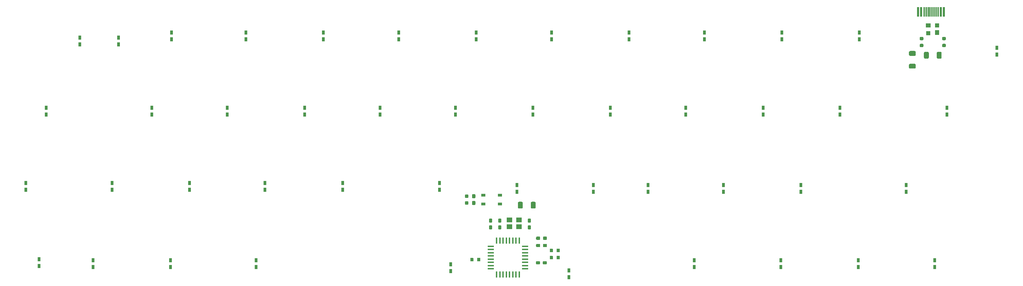
<source format=gtp>
G04 #@! TF.GenerationSoftware,KiCad,Pcbnew,(5.1.5)-3*
G04 #@! TF.CreationDate,2020-04-02T19:23:22+02:00*
G04 #@! TF.ProjectId,minivan-clone,6d696e69-7661-46e2-9d63-6c6f6e652e6b,rev?*
G04 #@! TF.SameCoordinates,Original*
G04 #@! TF.FileFunction,Paste,Top*
G04 #@! TF.FilePolarity,Positive*
%FSLAX46Y46*%
G04 Gerber Fmt 4.6, Leading zero omitted, Abs format (unit mm)*
G04 Created by KiCad (PCBNEW (5.1.5)-3) date 2020-04-02 19:23:22*
%MOMM*%
%LPD*%
G04 APERTURE LIST*
%ADD10R,0.800000X1.000000*%
%ADD11C,0.100000*%
%ADD12R,1.000000X1.000000*%
%ADD13R,1.200000X1.000000*%
%ADD14R,1.000000X1.200000*%
%ADD15R,1.100000X0.700000*%
%ADD16R,1.400000X1.200000*%
%ADD17R,0.300000X2.450000*%
%ADD18R,0.600000X2.450000*%
%ADD19R,0.450000X1.500000*%
%ADD20R,1.500000X0.450000*%
G04 APERTURE END LIST*
D10*
X136906000Y-143344000D03*
X136906000Y-141644000D03*
X146558000Y-143344000D03*
X146558000Y-141644000D03*
X159766000Y-142074000D03*
X159766000Y-140374000D03*
X178308000Y-142074000D03*
X178308000Y-140374000D03*
X197612000Y-142074000D03*
X197612000Y-140374000D03*
X216408000Y-142074000D03*
X216408000Y-140374000D03*
X235712000Y-142074000D03*
X235712000Y-140374000D03*
X254508000Y-142074000D03*
X254508000Y-140374000D03*
X273812000Y-142074000D03*
X273812000Y-140374000D03*
X292608000Y-142074000D03*
X292608000Y-140374000D03*
X311912000Y-142074000D03*
X311912000Y-140374000D03*
X331216000Y-142074000D03*
X331216000Y-140374000D03*
X365506000Y-145884000D03*
X365506000Y-144184000D03*
X128524000Y-160870000D03*
X128524000Y-159170000D03*
X154813000Y-160870000D03*
X154813000Y-159170000D03*
X173609000Y-160870000D03*
X173609000Y-159170000D03*
X192913000Y-160870000D03*
X192913000Y-159170000D03*
X211709000Y-160870000D03*
X211709000Y-159170000D03*
X230505000Y-160870000D03*
X230505000Y-159170000D03*
X249809000Y-160870000D03*
X249809000Y-159170000D03*
X269113000Y-160870000D03*
X269113000Y-159170000D03*
X287909000Y-160870000D03*
X287909000Y-159170000D03*
X307213000Y-160870000D03*
X307213000Y-159170000D03*
X326390000Y-160870000D03*
X326390000Y-159170000D03*
X353060000Y-160870000D03*
X353060000Y-159170000D03*
X123444000Y-179666000D03*
X123444000Y-177966000D03*
X144907000Y-179666000D03*
X144907000Y-177966000D03*
X164211000Y-179666000D03*
X164211000Y-177966000D03*
X183007000Y-179666000D03*
X183007000Y-177966000D03*
X202438000Y-179666000D03*
X202438000Y-177966000D03*
X226568000Y-179666000D03*
X226568000Y-177966000D03*
X245872000Y-180174000D03*
X245872000Y-178474000D03*
X264922000Y-180174000D03*
X264922000Y-178474000D03*
X278511000Y-180174000D03*
X278511000Y-178474000D03*
X297307000Y-180174000D03*
X297307000Y-178474000D03*
X316611000Y-180174000D03*
X316611000Y-178474000D03*
X342900000Y-180174000D03*
X342900000Y-178474000D03*
X126746000Y-198716000D03*
X126746000Y-197016000D03*
X140208000Y-198970000D03*
X140208000Y-197270000D03*
X159512000Y-198970000D03*
X159512000Y-197270000D03*
X180848000Y-198970000D03*
X180848000Y-197270000D03*
X229362000Y-199986000D03*
X229362000Y-198286000D03*
X258826000Y-201510000D03*
X258826000Y-199810000D03*
X290068000Y-198970000D03*
X290068000Y-197270000D03*
X311658000Y-198970000D03*
X311658000Y-197270000D03*
X330962000Y-198970000D03*
X330962000Y-197270000D03*
X350012000Y-198970000D03*
X350012000Y-197270000D03*
D11*
G36*
X253103603Y-197490963D02*
G01*
X253123018Y-197493843D01*
X253142057Y-197498612D01*
X253160537Y-197505224D01*
X253178279Y-197513616D01*
X253195114Y-197523706D01*
X253210879Y-197535398D01*
X253225421Y-197548579D01*
X253238602Y-197563121D01*
X253250294Y-197578886D01*
X253260384Y-197595721D01*
X253268776Y-197613463D01*
X253275388Y-197631943D01*
X253280157Y-197650982D01*
X253283037Y-197670397D01*
X253284000Y-197690000D01*
X253284000Y-198090000D01*
X253283037Y-198109603D01*
X253280157Y-198129018D01*
X253275388Y-198148057D01*
X253268776Y-198166537D01*
X253260384Y-198184279D01*
X253250294Y-198201114D01*
X253238602Y-198216879D01*
X253225421Y-198231421D01*
X253210879Y-198244602D01*
X253195114Y-198256294D01*
X253178279Y-198266384D01*
X253160537Y-198274776D01*
X253142057Y-198281388D01*
X253123018Y-198286157D01*
X253103603Y-198289037D01*
X253084000Y-198290000D01*
X252484000Y-198290000D01*
X252464397Y-198289037D01*
X252444982Y-198286157D01*
X252425943Y-198281388D01*
X252407463Y-198274776D01*
X252389721Y-198266384D01*
X252372886Y-198256294D01*
X252357121Y-198244602D01*
X252342579Y-198231421D01*
X252329398Y-198216879D01*
X252317706Y-198201114D01*
X252307616Y-198184279D01*
X252299224Y-198166537D01*
X252292612Y-198148057D01*
X252287843Y-198129018D01*
X252284963Y-198109603D01*
X252284000Y-198090000D01*
X252284000Y-197690000D01*
X252284963Y-197670397D01*
X252287843Y-197650982D01*
X252292612Y-197631943D01*
X252299224Y-197613463D01*
X252307616Y-197595721D01*
X252317706Y-197578886D01*
X252329398Y-197563121D01*
X252342579Y-197548579D01*
X252357121Y-197535398D01*
X252372886Y-197523706D01*
X252389721Y-197513616D01*
X252407463Y-197505224D01*
X252425943Y-197498612D01*
X252444982Y-197493843D01*
X252464397Y-197490963D01*
X252484000Y-197490000D01*
X253084000Y-197490000D01*
X253103603Y-197490963D01*
G37*
G36*
X251403603Y-197490963D02*
G01*
X251423018Y-197493843D01*
X251442057Y-197498612D01*
X251460537Y-197505224D01*
X251478279Y-197513616D01*
X251495114Y-197523706D01*
X251510879Y-197535398D01*
X251525421Y-197548579D01*
X251538602Y-197563121D01*
X251550294Y-197578886D01*
X251560384Y-197595721D01*
X251568776Y-197613463D01*
X251575388Y-197631943D01*
X251580157Y-197650982D01*
X251583037Y-197670397D01*
X251584000Y-197690000D01*
X251584000Y-198090000D01*
X251583037Y-198109603D01*
X251580157Y-198129018D01*
X251575388Y-198148057D01*
X251568776Y-198166537D01*
X251560384Y-198184279D01*
X251550294Y-198201114D01*
X251538602Y-198216879D01*
X251525421Y-198231421D01*
X251510879Y-198244602D01*
X251495114Y-198256294D01*
X251478279Y-198266384D01*
X251460537Y-198274776D01*
X251442057Y-198281388D01*
X251423018Y-198286157D01*
X251403603Y-198289037D01*
X251384000Y-198290000D01*
X250784000Y-198290000D01*
X250764397Y-198289037D01*
X250744982Y-198286157D01*
X250725943Y-198281388D01*
X250707463Y-198274776D01*
X250689721Y-198266384D01*
X250672886Y-198256294D01*
X250657121Y-198244602D01*
X250642579Y-198231421D01*
X250629398Y-198216879D01*
X250617706Y-198201114D01*
X250607616Y-198184279D01*
X250599224Y-198166537D01*
X250592612Y-198148057D01*
X250587843Y-198129018D01*
X250584963Y-198109603D01*
X250584000Y-198090000D01*
X250584000Y-197690000D01*
X250584963Y-197670397D01*
X250587843Y-197650982D01*
X250592612Y-197631943D01*
X250599224Y-197613463D01*
X250607616Y-197595721D01*
X250617706Y-197578886D01*
X250629398Y-197563121D01*
X250642579Y-197548579D01*
X250657121Y-197535398D01*
X250672886Y-197523706D01*
X250689721Y-197513616D01*
X250707463Y-197505224D01*
X250725943Y-197498612D01*
X250744982Y-197493843D01*
X250764397Y-197490963D01*
X250784000Y-197490000D01*
X251384000Y-197490000D01*
X251403603Y-197490963D01*
G37*
D12*
X348404000Y-140523000D03*
D13*
X348404000Y-138623000D03*
D12*
X350604000Y-138623000D03*
D14*
X350604000Y-140343000D03*
D15*
X237422000Y-183218000D03*
X241622000Y-183218000D03*
X241622000Y-181018000D03*
X237422000Y-181018000D03*
D16*
X243946132Y-187188497D03*
X246346132Y-187188497D03*
X243946132Y-188888497D03*
X246346132Y-188888497D03*
D11*
G36*
X251437603Y-191370963D02*
G01*
X251457018Y-191373843D01*
X251476057Y-191378612D01*
X251494537Y-191385224D01*
X251512279Y-191393616D01*
X251529114Y-191403706D01*
X251544879Y-191415398D01*
X251559421Y-191428579D01*
X251572602Y-191443121D01*
X251584294Y-191458886D01*
X251594384Y-191475721D01*
X251602776Y-191493463D01*
X251609388Y-191511943D01*
X251614157Y-191530982D01*
X251617037Y-191550397D01*
X251618000Y-191570000D01*
X251618000Y-191970000D01*
X251617037Y-191989603D01*
X251614157Y-192009018D01*
X251609388Y-192028057D01*
X251602776Y-192046537D01*
X251594384Y-192064279D01*
X251584294Y-192081114D01*
X251572602Y-192096879D01*
X251559421Y-192111421D01*
X251544879Y-192124602D01*
X251529114Y-192136294D01*
X251512279Y-192146384D01*
X251494537Y-192154776D01*
X251476057Y-192161388D01*
X251457018Y-192166157D01*
X251437603Y-192169037D01*
X251418000Y-192170000D01*
X250818000Y-192170000D01*
X250798397Y-192169037D01*
X250778982Y-192166157D01*
X250759943Y-192161388D01*
X250741463Y-192154776D01*
X250723721Y-192146384D01*
X250706886Y-192136294D01*
X250691121Y-192124602D01*
X250676579Y-192111421D01*
X250663398Y-192096879D01*
X250651706Y-192081114D01*
X250641616Y-192064279D01*
X250633224Y-192046537D01*
X250626612Y-192028057D01*
X250621843Y-192009018D01*
X250618963Y-191989603D01*
X250618000Y-191970000D01*
X250618000Y-191570000D01*
X250618963Y-191550397D01*
X250621843Y-191530982D01*
X250626612Y-191511943D01*
X250633224Y-191493463D01*
X250641616Y-191475721D01*
X250651706Y-191458886D01*
X250663398Y-191443121D01*
X250676579Y-191428579D01*
X250691121Y-191415398D01*
X250706886Y-191403706D01*
X250723721Y-191393616D01*
X250741463Y-191385224D01*
X250759943Y-191378612D01*
X250778982Y-191373843D01*
X250798397Y-191370963D01*
X250818000Y-191370000D01*
X251418000Y-191370000D01*
X251437603Y-191370963D01*
G37*
G36*
X253137603Y-191370963D02*
G01*
X253157018Y-191373843D01*
X253176057Y-191378612D01*
X253194537Y-191385224D01*
X253212279Y-191393616D01*
X253229114Y-191403706D01*
X253244879Y-191415398D01*
X253259421Y-191428579D01*
X253272602Y-191443121D01*
X253284294Y-191458886D01*
X253294384Y-191475721D01*
X253302776Y-191493463D01*
X253309388Y-191511943D01*
X253314157Y-191530982D01*
X253317037Y-191550397D01*
X253318000Y-191570000D01*
X253318000Y-191970000D01*
X253317037Y-191989603D01*
X253314157Y-192009018D01*
X253309388Y-192028057D01*
X253302776Y-192046537D01*
X253294384Y-192064279D01*
X253284294Y-192081114D01*
X253272602Y-192096879D01*
X253259421Y-192111421D01*
X253244879Y-192124602D01*
X253229114Y-192136294D01*
X253212279Y-192146384D01*
X253194537Y-192154776D01*
X253176057Y-192161388D01*
X253157018Y-192166157D01*
X253137603Y-192169037D01*
X253118000Y-192170000D01*
X252518000Y-192170000D01*
X252498397Y-192169037D01*
X252478982Y-192166157D01*
X252459943Y-192161388D01*
X252441463Y-192154776D01*
X252423721Y-192146384D01*
X252406886Y-192136294D01*
X252391121Y-192124602D01*
X252376579Y-192111421D01*
X252363398Y-192096879D01*
X252351706Y-192081114D01*
X252341616Y-192064279D01*
X252333224Y-192046537D01*
X252326612Y-192028057D01*
X252321843Y-192009018D01*
X252318963Y-191989603D01*
X252318000Y-191970000D01*
X252318000Y-191570000D01*
X252318963Y-191550397D01*
X252321843Y-191530982D01*
X252326612Y-191511943D01*
X252333224Y-191493463D01*
X252341616Y-191475721D01*
X252351706Y-191458886D01*
X252363398Y-191443121D01*
X252376579Y-191428579D01*
X252391121Y-191415398D01*
X252406886Y-191403706D01*
X252423721Y-191393616D01*
X252441463Y-191385224D01*
X252459943Y-191378612D01*
X252478982Y-191373843D01*
X252498397Y-191370963D01*
X252518000Y-191370000D01*
X253118000Y-191370000D01*
X253137603Y-191370963D01*
G37*
G36*
X253137603Y-193180963D02*
G01*
X253157018Y-193183843D01*
X253176057Y-193188612D01*
X253194537Y-193195224D01*
X253212279Y-193203616D01*
X253229114Y-193213706D01*
X253244879Y-193225398D01*
X253259421Y-193238579D01*
X253272602Y-193253121D01*
X253284294Y-193268886D01*
X253294384Y-193285721D01*
X253302776Y-193303463D01*
X253309388Y-193321943D01*
X253314157Y-193340982D01*
X253317037Y-193360397D01*
X253318000Y-193380000D01*
X253318000Y-193780000D01*
X253317037Y-193799603D01*
X253314157Y-193819018D01*
X253309388Y-193838057D01*
X253302776Y-193856537D01*
X253294384Y-193874279D01*
X253284294Y-193891114D01*
X253272602Y-193906879D01*
X253259421Y-193921421D01*
X253244879Y-193934602D01*
X253229114Y-193946294D01*
X253212279Y-193956384D01*
X253194537Y-193964776D01*
X253176057Y-193971388D01*
X253157018Y-193976157D01*
X253137603Y-193979037D01*
X253118000Y-193980000D01*
X252518000Y-193980000D01*
X252498397Y-193979037D01*
X252478982Y-193976157D01*
X252459943Y-193971388D01*
X252441463Y-193964776D01*
X252423721Y-193956384D01*
X252406886Y-193946294D01*
X252391121Y-193934602D01*
X252376579Y-193921421D01*
X252363398Y-193906879D01*
X252351706Y-193891114D01*
X252341616Y-193874279D01*
X252333224Y-193856537D01*
X252326612Y-193838057D01*
X252321843Y-193819018D01*
X252318963Y-193799603D01*
X252318000Y-193780000D01*
X252318000Y-193380000D01*
X252318963Y-193360397D01*
X252321843Y-193340982D01*
X252326612Y-193321943D01*
X252333224Y-193303463D01*
X252341616Y-193285721D01*
X252351706Y-193268886D01*
X252363398Y-193253121D01*
X252376579Y-193238579D01*
X252391121Y-193225398D01*
X252406886Y-193213706D01*
X252423721Y-193203616D01*
X252441463Y-193195224D01*
X252459943Y-193188612D01*
X252478982Y-193183843D01*
X252498397Y-193180963D01*
X252518000Y-193180000D01*
X253118000Y-193180000D01*
X253137603Y-193180963D01*
G37*
G36*
X251437603Y-193180963D02*
G01*
X251457018Y-193183843D01*
X251476057Y-193188612D01*
X251494537Y-193195224D01*
X251512279Y-193203616D01*
X251529114Y-193213706D01*
X251544879Y-193225398D01*
X251559421Y-193238579D01*
X251572602Y-193253121D01*
X251584294Y-193268886D01*
X251594384Y-193285721D01*
X251602776Y-193303463D01*
X251609388Y-193321943D01*
X251614157Y-193340982D01*
X251617037Y-193360397D01*
X251618000Y-193380000D01*
X251618000Y-193780000D01*
X251617037Y-193799603D01*
X251614157Y-193819018D01*
X251609388Y-193838057D01*
X251602776Y-193856537D01*
X251594384Y-193874279D01*
X251584294Y-193891114D01*
X251572602Y-193906879D01*
X251559421Y-193921421D01*
X251544879Y-193934602D01*
X251529114Y-193946294D01*
X251512279Y-193956384D01*
X251494537Y-193964776D01*
X251476057Y-193971388D01*
X251457018Y-193976157D01*
X251437603Y-193979037D01*
X251418000Y-193980000D01*
X250818000Y-193980000D01*
X250798397Y-193979037D01*
X250778982Y-193976157D01*
X250759943Y-193971388D01*
X250741463Y-193964776D01*
X250723721Y-193956384D01*
X250706886Y-193946294D01*
X250691121Y-193934602D01*
X250676579Y-193921421D01*
X250663398Y-193906879D01*
X250651706Y-193891114D01*
X250641616Y-193874279D01*
X250633224Y-193856537D01*
X250626612Y-193838057D01*
X250621843Y-193819018D01*
X250618963Y-193799603D01*
X250618000Y-193780000D01*
X250618000Y-193380000D01*
X250618963Y-193360397D01*
X250621843Y-193340982D01*
X250626612Y-193321943D01*
X250633224Y-193303463D01*
X250641616Y-193285721D01*
X250651706Y-193268886D01*
X250663398Y-193253121D01*
X250676579Y-193238579D01*
X250691121Y-193225398D01*
X250706886Y-193213706D01*
X250723721Y-193203616D01*
X250741463Y-193195224D01*
X250759943Y-193188612D01*
X250778982Y-193183843D01*
X250798397Y-193180963D01*
X250818000Y-193180000D01*
X251418000Y-193180000D01*
X251437603Y-193180963D01*
G37*
G36*
X239487603Y-186864963D02*
G01*
X239507018Y-186867843D01*
X239526057Y-186872612D01*
X239544537Y-186879224D01*
X239562279Y-186887616D01*
X239579114Y-186897706D01*
X239594879Y-186909398D01*
X239609421Y-186922579D01*
X239622602Y-186937121D01*
X239634294Y-186952886D01*
X239644384Y-186969721D01*
X239652776Y-186987463D01*
X239659388Y-187005943D01*
X239664157Y-187024982D01*
X239667037Y-187044397D01*
X239668000Y-187064000D01*
X239668000Y-187664000D01*
X239667037Y-187683603D01*
X239664157Y-187703018D01*
X239659388Y-187722057D01*
X239652776Y-187740537D01*
X239644384Y-187758279D01*
X239634294Y-187775114D01*
X239622602Y-187790879D01*
X239609421Y-187805421D01*
X239594879Y-187818602D01*
X239579114Y-187830294D01*
X239562279Y-187840384D01*
X239544537Y-187848776D01*
X239526057Y-187855388D01*
X239507018Y-187860157D01*
X239487603Y-187863037D01*
X239468000Y-187864000D01*
X239068000Y-187864000D01*
X239048397Y-187863037D01*
X239028982Y-187860157D01*
X239009943Y-187855388D01*
X238991463Y-187848776D01*
X238973721Y-187840384D01*
X238956886Y-187830294D01*
X238941121Y-187818602D01*
X238926579Y-187805421D01*
X238913398Y-187790879D01*
X238901706Y-187775114D01*
X238891616Y-187758279D01*
X238883224Y-187740537D01*
X238876612Y-187722057D01*
X238871843Y-187703018D01*
X238868963Y-187683603D01*
X238868000Y-187664000D01*
X238868000Y-187064000D01*
X238868963Y-187044397D01*
X238871843Y-187024982D01*
X238876612Y-187005943D01*
X238883224Y-186987463D01*
X238891616Y-186969721D01*
X238901706Y-186952886D01*
X238913398Y-186937121D01*
X238926579Y-186922579D01*
X238941121Y-186909398D01*
X238956886Y-186897706D01*
X238973721Y-186887616D01*
X238991463Y-186879224D01*
X239009943Y-186872612D01*
X239028982Y-186867843D01*
X239048397Y-186864963D01*
X239068000Y-186864000D01*
X239468000Y-186864000D01*
X239487603Y-186864963D01*
G37*
G36*
X239487603Y-188564963D02*
G01*
X239507018Y-188567843D01*
X239526057Y-188572612D01*
X239544537Y-188579224D01*
X239562279Y-188587616D01*
X239579114Y-188597706D01*
X239594879Y-188609398D01*
X239609421Y-188622579D01*
X239622602Y-188637121D01*
X239634294Y-188652886D01*
X239644384Y-188669721D01*
X239652776Y-188687463D01*
X239659388Y-188705943D01*
X239664157Y-188724982D01*
X239667037Y-188744397D01*
X239668000Y-188764000D01*
X239668000Y-189364000D01*
X239667037Y-189383603D01*
X239664157Y-189403018D01*
X239659388Y-189422057D01*
X239652776Y-189440537D01*
X239644384Y-189458279D01*
X239634294Y-189475114D01*
X239622602Y-189490879D01*
X239609421Y-189505421D01*
X239594879Y-189518602D01*
X239579114Y-189530294D01*
X239562279Y-189540384D01*
X239544537Y-189548776D01*
X239526057Y-189555388D01*
X239507018Y-189560157D01*
X239487603Y-189563037D01*
X239468000Y-189564000D01*
X239068000Y-189564000D01*
X239048397Y-189563037D01*
X239028982Y-189560157D01*
X239009943Y-189555388D01*
X238991463Y-189548776D01*
X238973721Y-189540384D01*
X238956886Y-189530294D01*
X238941121Y-189518602D01*
X238926579Y-189505421D01*
X238913398Y-189490879D01*
X238901706Y-189475114D01*
X238891616Y-189458279D01*
X238883224Y-189440537D01*
X238876612Y-189422057D01*
X238871843Y-189403018D01*
X238868963Y-189383603D01*
X238868000Y-189364000D01*
X238868000Y-188764000D01*
X238868963Y-188744397D01*
X238871843Y-188724982D01*
X238876612Y-188705943D01*
X238883224Y-188687463D01*
X238891616Y-188669721D01*
X238901706Y-188652886D01*
X238913398Y-188637121D01*
X238926579Y-188622579D01*
X238941121Y-188609398D01*
X238956886Y-188597706D01*
X238973721Y-188587616D01*
X238991463Y-188579224D01*
X239009943Y-188572612D01*
X239028982Y-188567843D01*
X239048397Y-188564963D01*
X239068000Y-188564000D01*
X239468000Y-188564000D01*
X239487603Y-188564963D01*
G37*
G36*
X247014405Y-182666445D02*
G01*
X247043527Y-182670764D01*
X247072085Y-182677918D01*
X247099805Y-182687836D01*
X247126419Y-182700424D01*
X247151671Y-182715559D01*
X247175318Y-182733097D01*
X247197132Y-182752868D01*
X247216903Y-182774682D01*
X247234441Y-182798329D01*
X247249576Y-182823581D01*
X247262164Y-182850195D01*
X247272082Y-182877915D01*
X247279236Y-182906473D01*
X247283555Y-182935595D01*
X247285000Y-182965000D01*
X247285000Y-184065000D01*
X247283555Y-184094405D01*
X247279236Y-184123527D01*
X247272082Y-184152085D01*
X247262164Y-184179805D01*
X247249576Y-184206419D01*
X247234441Y-184231671D01*
X247216903Y-184255318D01*
X247197132Y-184277132D01*
X247175318Y-184296903D01*
X247151671Y-184314441D01*
X247126419Y-184329576D01*
X247099805Y-184342164D01*
X247072085Y-184352082D01*
X247043527Y-184359236D01*
X247014405Y-184363555D01*
X246985000Y-184365000D01*
X246385000Y-184365000D01*
X246355595Y-184363555D01*
X246326473Y-184359236D01*
X246297915Y-184352082D01*
X246270195Y-184342164D01*
X246243581Y-184329576D01*
X246218329Y-184314441D01*
X246194682Y-184296903D01*
X246172868Y-184277132D01*
X246153097Y-184255318D01*
X246135559Y-184231671D01*
X246120424Y-184206419D01*
X246107836Y-184179805D01*
X246097918Y-184152085D01*
X246090764Y-184123527D01*
X246086445Y-184094405D01*
X246085000Y-184065000D01*
X246085000Y-182965000D01*
X246086445Y-182935595D01*
X246090764Y-182906473D01*
X246097918Y-182877915D01*
X246107836Y-182850195D01*
X246120424Y-182823581D01*
X246135559Y-182798329D01*
X246153097Y-182774682D01*
X246172868Y-182752868D01*
X246194682Y-182733097D01*
X246218329Y-182715559D01*
X246243581Y-182700424D01*
X246270195Y-182687836D01*
X246297915Y-182677918D01*
X246326473Y-182670764D01*
X246355595Y-182666445D01*
X246385000Y-182665000D01*
X246985000Y-182665000D01*
X247014405Y-182666445D01*
G37*
G36*
X250214405Y-182666445D02*
G01*
X250243527Y-182670764D01*
X250272085Y-182677918D01*
X250299805Y-182687836D01*
X250326419Y-182700424D01*
X250351671Y-182715559D01*
X250375318Y-182733097D01*
X250397132Y-182752868D01*
X250416903Y-182774682D01*
X250434441Y-182798329D01*
X250449576Y-182823581D01*
X250462164Y-182850195D01*
X250472082Y-182877915D01*
X250479236Y-182906473D01*
X250483555Y-182935595D01*
X250485000Y-182965000D01*
X250485000Y-184065000D01*
X250483555Y-184094405D01*
X250479236Y-184123527D01*
X250472082Y-184152085D01*
X250462164Y-184179805D01*
X250449576Y-184206419D01*
X250434441Y-184231671D01*
X250416903Y-184255318D01*
X250397132Y-184277132D01*
X250375318Y-184296903D01*
X250351671Y-184314441D01*
X250326419Y-184329576D01*
X250299805Y-184342164D01*
X250272085Y-184352082D01*
X250243527Y-184359236D01*
X250214405Y-184363555D01*
X250185000Y-184365000D01*
X249585000Y-184365000D01*
X249555595Y-184363555D01*
X249526473Y-184359236D01*
X249497915Y-184352082D01*
X249470195Y-184342164D01*
X249443581Y-184329576D01*
X249418329Y-184314441D01*
X249394682Y-184296903D01*
X249372868Y-184277132D01*
X249353097Y-184255318D01*
X249335559Y-184231671D01*
X249320424Y-184206419D01*
X249307836Y-184179805D01*
X249297918Y-184152085D01*
X249290764Y-184123527D01*
X249286445Y-184094405D01*
X249285000Y-184065000D01*
X249285000Y-182965000D01*
X249286445Y-182935595D01*
X249290764Y-182906473D01*
X249297918Y-182877915D01*
X249307836Y-182850195D01*
X249320424Y-182823581D01*
X249335559Y-182798329D01*
X249353097Y-182774682D01*
X249372868Y-182752868D01*
X249394682Y-182733097D01*
X249418329Y-182715559D01*
X249443581Y-182700424D01*
X249470195Y-182687836D01*
X249497915Y-182677918D01*
X249526473Y-182670764D01*
X249555595Y-182666445D01*
X249585000Y-182665000D01*
X250185000Y-182665000D01*
X250214405Y-182666445D01*
G37*
G36*
X345003405Y-148194445D02*
G01*
X345032527Y-148198764D01*
X345061085Y-148205918D01*
X345088805Y-148215836D01*
X345115419Y-148228424D01*
X345140671Y-148243559D01*
X345164318Y-148261097D01*
X345186132Y-148280868D01*
X345205903Y-148302682D01*
X345223441Y-148326329D01*
X345238576Y-148351581D01*
X345251164Y-148378195D01*
X345261082Y-148405915D01*
X345268236Y-148434473D01*
X345272555Y-148463595D01*
X345274000Y-148493000D01*
X345274000Y-149093000D01*
X345272555Y-149122405D01*
X345268236Y-149151527D01*
X345261082Y-149180085D01*
X345251164Y-149207805D01*
X345238576Y-149234419D01*
X345223441Y-149259671D01*
X345205903Y-149283318D01*
X345186132Y-149305132D01*
X345164318Y-149324903D01*
X345140671Y-149342441D01*
X345115419Y-149357576D01*
X345088805Y-149370164D01*
X345061085Y-149380082D01*
X345032527Y-149387236D01*
X345003405Y-149391555D01*
X344974000Y-149393000D01*
X343874000Y-149393000D01*
X343844595Y-149391555D01*
X343815473Y-149387236D01*
X343786915Y-149380082D01*
X343759195Y-149370164D01*
X343732581Y-149357576D01*
X343707329Y-149342441D01*
X343683682Y-149324903D01*
X343661868Y-149305132D01*
X343642097Y-149283318D01*
X343624559Y-149259671D01*
X343609424Y-149234419D01*
X343596836Y-149207805D01*
X343586918Y-149180085D01*
X343579764Y-149151527D01*
X343575445Y-149122405D01*
X343574000Y-149093000D01*
X343574000Y-148493000D01*
X343575445Y-148463595D01*
X343579764Y-148434473D01*
X343586918Y-148405915D01*
X343596836Y-148378195D01*
X343609424Y-148351581D01*
X343624559Y-148326329D01*
X343642097Y-148302682D01*
X343661868Y-148280868D01*
X343683682Y-148261097D01*
X343707329Y-148243559D01*
X343732581Y-148228424D01*
X343759195Y-148215836D01*
X343786915Y-148205918D01*
X343815473Y-148198764D01*
X343844595Y-148194445D01*
X343874000Y-148193000D01*
X344974000Y-148193000D01*
X345003405Y-148194445D01*
G37*
G36*
X345003405Y-144994445D02*
G01*
X345032527Y-144998764D01*
X345061085Y-145005918D01*
X345088805Y-145015836D01*
X345115419Y-145028424D01*
X345140671Y-145043559D01*
X345164318Y-145061097D01*
X345186132Y-145080868D01*
X345205903Y-145102682D01*
X345223441Y-145126329D01*
X345238576Y-145151581D01*
X345251164Y-145178195D01*
X345261082Y-145205915D01*
X345268236Y-145234473D01*
X345272555Y-145263595D01*
X345274000Y-145293000D01*
X345274000Y-145893000D01*
X345272555Y-145922405D01*
X345268236Y-145951527D01*
X345261082Y-145980085D01*
X345251164Y-146007805D01*
X345238576Y-146034419D01*
X345223441Y-146059671D01*
X345205903Y-146083318D01*
X345186132Y-146105132D01*
X345164318Y-146124903D01*
X345140671Y-146142441D01*
X345115419Y-146157576D01*
X345088805Y-146170164D01*
X345061085Y-146180082D01*
X345032527Y-146187236D01*
X345003405Y-146191555D01*
X344974000Y-146193000D01*
X343874000Y-146193000D01*
X343844595Y-146191555D01*
X343815473Y-146187236D01*
X343786915Y-146180082D01*
X343759195Y-146170164D01*
X343732581Y-146157576D01*
X343707329Y-146142441D01*
X343683682Y-146124903D01*
X343661868Y-146105132D01*
X343642097Y-146083318D01*
X343624559Y-146059671D01*
X343609424Y-146034419D01*
X343596836Y-146007805D01*
X343586918Y-145980085D01*
X343579764Y-145951527D01*
X343575445Y-145922405D01*
X343574000Y-145893000D01*
X343574000Y-145293000D01*
X343575445Y-145263595D01*
X343579764Y-145234473D01*
X343586918Y-145205915D01*
X343596836Y-145178195D01*
X343609424Y-145151581D01*
X343624559Y-145126329D01*
X343642097Y-145102682D01*
X343661868Y-145080868D01*
X343683682Y-145061097D01*
X343707329Y-145043559D01*
X343732581Y-145028424D01*
X343759195Y-145015836D01*
X343786915Y-145005918D01*
X343815473Y-144998764D01*
X343844595Y-144994445D01*
X343874000Y-144993000D01*
X344974000Y-144993000D01*
X345003405Y-144994445D01*
G37*
G36*
X249139603Y-186864963D02*
G01*
X249159018Y-186867843D01*
X249178057Y-186872612D01*
X249196537Y-186879224D01*
X249214279Y-186887616D01*
X249231114Y-186897706D01*
X249246879Y-186909398D01*
X249261421Y-186922579D01*
X249274602Y-186937121D01*
X249286294Y-186952886D01*
X249296384Y-186969721D01*
X249304776Y-186987463D01*
X249311388Y-187005943D01*
X249316157Y-187024982D01*
X249319037Y-187044397D01*
X249320000Y-187064000D01*
X249320000Y-187664000D01*
X249319037Y-187683603D01*
X249316157Y-187703018D01*
X249311388Y-187722057D01*
X249304776Y-187740537D01*
X249296384Y-187758279D01*
X249286294Y-187775114D01*
X249274602Y-187790879D01*
X249261421Y-187805421D01*
X249246879Y-187818602D01*
X249231114Y-187830294D01*
X249214279Y-187840384D01*
X249196537Y-187848776D01*
X249178057Y-187855388D01*
X249159018Y-187860157D01*
X249139603Y-187863037D01*
X249120000Y-187864000D01*
X248720000Y-187864000D01*
X248700397Y-187863037D01*
X248680982Y-187860157D01*
X248661943Y-187855388D01*
X248643463Y-187848776D01*
X248625721Y-187840384D01*
X248608886Y-187830294D01*
X248593121Y-187818602D01*
X248578579Y-187805421D01*
X248565398Y-187790879D01*
X248553706Y-187775114D01*
X248543616Y-187758279D01*
X248535224Y-187740537D01*
X248528612Y-187722057D01*
X248523843Y-187703018D01*
X248520963Y-187683603D01*
X248520000Y-187664000D01*
X248520000Y-187064000D01*
X248520963Y-187044397D01*
X248523843Y-187024982D01*
X248528612Y-187005943D01*
X248535224Y-186987463D01*
X248543616Y-186969721D01*
X248553706Y-186952886D01*
X248565398Y-186937121D01*
X248578579Y-186922579D01*
X248593121Y-186909398D01*
X248608886Y-186897706D01*
X248625721Y-186887616D01*
X248643463Y-186879224D01*
X248661943Y-186872612D01*
X248680982Y-186867843D01*
X248700397Y-186864963D01*
X248720000Y-186864000D01*
X249120000Y-186864000D01*
X249139603Y-186864963D01*
G37*
G36*
X249139603Y-188564963D02*
G01*
X249159018Y-188567843D01*
X249178057Y-188572612D01*
X249196537Y-188579224D01*
X249214279Y-188587616D01*
X249231114Y-188597706D01*
X249246879Y-188609398D01*
X249261421Y-188622579D01*
X249274602Y-188637121D01*
X249286294Y-188652886D01*
X249296384Y-188669721D01*
X249304776Y-188687463D01*
X249311388Y-188705943D01*
X249316157Y-188724982D01*
X249319037Y-188744397D01*
X249320000Y-188764000D01*
X249320000Y-189364000D01*
X249319037Y-189383603D01*
X249316157Y-189403018D01*
X249311388Y-189422057D01*
X249304776Y-189440537D01*
X249296384Y-189458279D01*
X249286294Y-189475114D01*
X249274602Y-189490879D01*
X249261421Y-189505421D01*
X249246879Y-189518602D01*
X249231114Y-189530294D01*
X249214279Y-189540384D01*
X249196537Y-189548776D01*
X249178057Y-189555388D01*
X249159018Y-189560157D01*
X249139603Y-189563037D01*
X249120000Y-189564000D01*
X248720000Y-189564000D01*
X248700397Y-189563037D01*
X248680982Y-189560157D01*
X248661943Y-189555388D01*
X248643463Y-189548776D01*
X248625721Y-189540384D01*
X248608886Y-189530294D01*
X248593121Y-189518602D01*
X248578579Y-189505421D01*
X248565398Y-189490879D01*
X248553706Y-189475114D01*
X248543616Y-189458279D01*
X248535224Y-189440537D01*
X248528612Y-189422057D01*
X248523843Y-189403018D01*
X248520963Y-189383603D01*
X248520000Y-189364000D01*
X248520000Y-188764000D01*
X248520963Y-188744397D01*
X248523843Y-188724982D01*
X248528612Y-188705943D01*
X248535224Y-188687463D01*
X248543616Y-188669721D01*
X248553706Y-188652886D01*
X248565398Y-188637121D01*
X248578579Y-188622579D01*
X248593121Y-188609398D01*
X248608886Y-188597706D01*
X248625721Y-188587616D01*
X248643463Y-188579224D01*
X248661943Y-188572612D01*
X248680982Y-188567843D01*
X248700397Y-188564963D01*
X248720000Y-188564000D01*
X249120000Y-188564000D01*
X249139603Y-188564963D01*
G37*
G36*
X241773603Y-188564963D02*
G01*
X241793018Y-188567843D01*
X241812057Y-188572612D01*
X241830537Y-188579224D01*
X241848279Y-188587616D01*
X241865114Y-188597706D01*
X241880879Y-188609398D01*
X241895421Y-188622579D01*
X241908602Y-188637121D01*
X241920294Y-188652886D01*
X241930384Y-188669721D01*
X241938776Y-188687463D01*
X241945388Y-188705943D01*
X241950157Y-188724982D01*
X241953037Y-188744397D01*
X241954000Y-188764000D01*
X241954000Y-189364000D01*
X241953037Y-189383603D01*
X241950157Y-189403018D01*
X241945388Y-189422057D01*
X241938776Y-189440537D01*
X241930384Y-189458279D01*
X241920294Y-189475114D01*
X241908602Y-189490879D01*
X241895421Y-189505421D01*
X241880879Y-189518602D01*
X241865114Y-189530294D01*
X241848279Y-189540384D01*
X241830537Y-189548776D01*
X241812057Y-189555388D01*
X241793018Y-189560157D01*
X241773603Y-189563037D01*
X241754000Y-189564000D01*
X241354000Y-189564000D01*
X241334397Y-189563037D01*
X241314982Y-189560157D01*
X241295943Y-189555388D01*
X241277463Y-189548776D01*
X241259721Y-189540384D01*
X241242886Y-189530294D01*
X241227121Y-189518602D01*
X241212579Y-189505421D01*
X241199398Y-189490879D01*
X241187706Y-189475114D01*
X241177616Y-189458279D01*
X241169224Y-189440537D01*
X241162612Y-189422057D01*
X241157843Y-189403018D01*
X241154963Y-189383603D01*
X241154000Y-189364000D01*
X241154000Y-188764000D01*
X241154963Y-188744397D01*
X241157843Y-188724982D01*
X241162612Y-188705943D01*
X241169224Y-188687463D01*
X241177616Y-188669721D01*
X241187706Y-188652886D01*
X241199398Y-188637121D01*
X241212579Y-188622579D01*
X241227121Y-188609398D01*
X241242886Y-188597706D01*
X241259721Y-188587616D01*
X241277463Y-188579224D01*
X241295943Y-188572612D01*
X241314982Y-188567843D01*
X241334397Y-188564963D01*
X241354000Y-188564000D01*
X241754000Y-188564000D01*
X241773603Y-188564963D01*
G37*
G36*
X241773603Y-186864963D02*
G01*
X241793018Y-186867843D01*
X241812057Y-186872612D01*
X241830537Y-186879224D01*
X241848279Y-186887616D01*
X241865114Y-186897706D01*
X241880879Y-186909398D01*
X241895421Y-186922579D01*
X241908602Y-186937121D01*
X241920294Y-186952886D01*
X241930384Y-186969721D01*
X241938776Y-186987463D01*
X241945388Y-187005943D01*
X241950157Y-187024982D01*
X241953037Y-187044397D01*
X241954000Y-187064000D01*
X241954000Y-187664000D01*
X241953037Y-187683603D01*
X241950157Y-187703018D01*
X241945388Y-187722057D01*
X241938776Y-187740537D01*
X241930384Y-187758279D01*
X241920294Y-187775114D01*
X241908602Y-187790879D01*
X241895421Y-187805421D01*
X241880879Y-187818602D01*
X241865114Y-187830294D01*
X241848279Y-187840384D01*
X241830537Y-187848776D01*
X241812057Y-187855388D01*
X241793018Y-187860157D01*
X241773603Y-187863037D01*
X241754000Y-187864000D01*
X241354000Y-187864000D01*
X241334397Y-187863037D01*
X241314982Y-187860157D01*
X241295943Y-187855388D01*
X241277463Y-187848776D01*
X241259721Y-187840384D01*
X241242886Y-187830294D01*
X241227121Y-187818602D01*
X241212579Y-187805421D01*
X241199398Y-187790879D01*
X241187706Y-187775114D01*
X241177616Y-187758279D01*
X241169224Y-187740537D01*
X241162612Y-187722057D01*
X241157843Y-187703018D01*
X241154963Y-187683603D01*
X241154000Y-187664000D01*
X241154000Y-187064000D01*
X241154963Y-187044397D01*
X241157843Y-187024982D01*
X241162612Y-187005943D01*
X241169224Y-186987463D01*
X241177616Y-186969721D01*
X241187706Y-186952886D01*
X241199398Y-186937121D01*
X241212579Y-186922579D01*
X241227121Y-186909398D01*
X241242886Y-186897706D01*
X241259721Y-186887616D01*
X241277463Y-186879224D01*
X241295943Y-186872612D01*
X241314982Y-186867843D01*
X241334397Y-186864963D01*
X241354000Y-186864000D01*
X241754000Y-186864000D01*
X241773603Y-186864963D01*
G37*
G36*
X235296603Y-180768963D02*
G01*
X235316018Y-180771843D01*
X235335057Y-180776612D01*
X235353537Y-180783224D01*
X235371279Y-180791616D01*
X235388114Y-180801706D01*
X235403879Y-180813398D01*
X235418421Y-180826579D01*
X235431602Y-180841121D01*
X235443294Y-180856886D01*
X235453384Y-180873721D01*
X235461776Y-180891463D01*
X235468388Y-180909943D01*
X235473157Y-180928982D01*
X235476037Y-180948397D01*
X235477000Y-180968000D01*
X235477000Y-181568000D01*
X235476037Y-181587603D01*
X235473157Y-181607018D01*
X235468388Y-181626057D01*
X235461776Y-181644537D01*
X235453384Y-181662279D01*
X235443294Y-181679114D01*
X235431602Y-181694879D01*
X235418421Y-181709421D01*
X235403879Y-181722602D01*
X235388114Y-181734294D01*
X235371279Y-181744384D01*
X235353537Y-181752776D01*
X235335057Y-181759388D01*
X235316018Y-181764157D01*
X235296603Y-181767037D01*
X235277000Y-181768000D01*
X234877000Y-181768000D01*
X234857397Y-181767037D01*
X234837982Y-181764157D01*
X234818943Y-181759388D01*
X234800463Y-181752776D01*
X234782721Y-181744384D01*
X234765886Y-181734294D01*
X234750121Y-181722602D01*
X234735579Y-181709421D01*
X234722398Y-181694879D01*
X234710706Y-181679114D01*
X234700616Y-181662279D01*
X234692224Y-181644537D01*
X234685612Y-181626057D01*
X234680843Y-181607018D01*
X234677963Y-181587603D01*
X234677000Y-181568000D01*
X234677000Y-180968000D01*
X234677963Y-180948397D01*
X234680843Y-180928982D01*
X234685612Y-180909943D01*
X234692224Y-180891463D01*
X234700616Y-180873721D01*
X234710706Y-180856886D01*
X234722398Y-180841121D01*
X234735579Y-180826579D01*
X234750121Y-180813398D01*
X234765886Y-180801706D01*
X234782721Y-180791616D01*
X234800463Y-180783224D01*
X234818943Y-180776612D01*
X234837982Y-180771843D01*
X234857397Y-180768963D01*
X234877000Y-180768000D01*
X235277000Y-180768000D01*
X235296603Y-180768963D01*
G37*
G36*
X235296603Y-182468963D02*
G01*
X235316018Y-182471843D01*
X235335057Y-182476612D01*
X235353537Y-182483224D01*
X235371279Y-182491616D01*
X235388114Y-182501706D01*
X235403879Y-182513398D01*
X235418421Y-182526579D01*
X235431602Y-182541121D01*
X235443294Y-182556886D01*
X235453384Y-182573721D01*
X235461776Y-182591463D01*
X235468388Y-182609943D01*
X235473157Y-182628982D01*
X235476037Y-182648397D01*
X235477000Y-182668000D01*
X235477000Y-183268000D01*
X235476037Y-183287603D01*
X235473157Y-183307018D01*
X235468388Y-183326057D01*
X235461776Y-183344537D01*
X235453384Y-183362279D01*
X235443294Y-183379114D01*
X235431602Y-183394879D01*
X235418421Y-183409421D01*
X235403879Y-183422602D01*
X235388114Y-183434294D01*
X235371279Y-183444384D01*
X235353537Y-183452776D01*
X235335057Y-183459388D01*
X235316018Y-183464157D01*
X235296603Y-183467037D01*
X235277000Y-183468000D01*
X234877000Y-183468000D01*
X234857397Y-183467037D01*
X234837982Y-183464157D01*
X234818943Y-183459388D01*
X234800463Y-183452776D01*
X234782721Y-183444384D01*
X234765886Y-183434294D01*
X234750121Y-183422602D01*
X234735579Y-183409421D01*
X234722398Y-183394879D01*
X234710706Y-183379114D01*
X234700616Y-183362279D01*
X234692224Y-183344537D01*
X234685612Y-183326057D01*
X234680843Y-183307018D01*
X234677963Y-183287603D01*
X234677000Y-183268000D01*
X234677000Y-182668000D01*
X234677963Y-182648397D01*
X234680843Y-182628982D01*
X234685612Y-182609943D01*
X234692224Y-182591463D01*
X234700616Y-182573721D01*
X234710706Y-182556886D01*
X234722398Y-182541121D01*
X234735579Y-182526579D01*
X234750121Y-182513398D01*
X234765886Y-182501706D01*
X234782721Y-182491616D01*
X234800463Y-182483224D01*
X234818943Y-182476612D01*
X234837982Y-182471843D01*
X234857397Y-182468963D01*
X234877000Y-182468000D01*
X235277000Y-182468000D01*
X235296603Y-182468963D01*
G37*
D17*
X349325000Y-135195000D03*
X348825000Y-135195000D03*
X348325000Y-135195000D03*
X349825000Y-135195000D03*
X347825000Y-135195000D03*
X350325000Y-135195000D03*
X347325000Y-135195000D03*
X350825000Y-135195000D03*
D18*
X351525000Y-135195000D03*
X346625000Y-135195000D03*
X352300000Y-135195000D03*
X345850000Y-135195000D03*
D11*
G36*
X351433405Y-145201445D02*
G01*
X351462527Y-145205764D01*
X351491085Y-145212918D01*
X351518805Y-145222836D01*
X351545419Y-145235424D01*
X351570671Y-145250559D01*
X351594318Y-145268097D01*
X351616132Y-145287868D01*
X351635903Y-145309682D01*
X351653441Y-145333329D01*
X351668576Y-145358581D01*
X351681164Y-145385195D01*
X351691082Y-145412915D01*
X351698236Y-145441473D01*
X351702555Y-145470595D01*
X351704000Y-145500000D01*
X351704000Y-146600000D01*
X351702555Y-146629405D01*
X351698236Y-146658527D01*
X351691082Y-146687085D01*
X351681164Y-146714805D01*
X351668576Y-146741419D01*
X351653441Y-146766671D01*
X351635903Y-146790318D01*
X351616132Y-146812132D01*
X351594318Y-146831903D01*
X351570671Y-146849441D01*
X351545419Y-146864576D01*
X351518805Y-146877164D01*
X351491085Y-146887082D01*
X351462527Y-146894236D01*
X351433405Y-146898555D01*
X351404000Y-146900000D01*
X350804000Y-146900000D01*
X350774595Y-146898555D01*
X350745473Y-146894236D01*
X350716915Y-146887082D01*
X350689195Y-146877164D01*
X350662581Y-146864576D01*
X350637329Y-146849441D01*
X350613682Y-146831903D01*
X350591868Y-146812132D01*
X350572097Y-146790318D01*
X350554559Y-146766671D01*
X350539424Y-146741419D01*
X350526836Y-146714805D01*
X350516918Y-146687085D01*
X350509764Y-146658527D01*
X350505445Y-146629405D01*
X350504000Y-146600000D01*
X350504000Y-145500000D01*
X350505445Y-145470595D01*
X350509764Y-145441473D01*
X350516918Y-145412915D01*
X350526836Y-145385195D01*
X350539424Y-145358581D01*
X350554559Y-145333329D01*
X350572097Y-145309682D01*
X350591868Y-145287868D01*
X350613682Y-145268097D01*
X350637329Y-145250559D01*
X350662581Y-145235424D01*
X350689195Y-145222836D01*
X350716915Y-145212918D01*
X350745473Y-145205764D01*
X350774595Y-145201445D01*
X350804000Y-145200000D01*
X351404000Y-145200000D01*
X351433405Y-145201445D01*
G37*
G36*
X348233405Y-145201445D02*
G01*
X348262527Y-145205764D01*
X348291085Y-145212918D01*
X348318805Y-145222836D01*
X348345419Y-145235424D01*
X348370671Y-145250559D01*
X348394318Y-145268097D01*
X348416132Y-145287868D01*
X348435903Y-145309682D01*
X348453441Y-145333329D01*
X348468576Y-145358581D01*
X348481164Y-145385195D01*
X348491082Y-145412915D01*
X348498236Y-145441473D01*
X348502555Y-145470595D01*
X348504000Y-145500000D01*
X348504000Y-146600000D01*
X348502555Y-146629405D01*
X348498236Y-146658527D01*
X348491082Y-146687085D01*
X348481164Y-146714805D01*
X348468576Y-146741419D01*
X348453441Y-146766671D01*
X348435903Y-146790318D01*
X348416132Y-146812132D01*
X348394318Y-146831903D01*
X348370671Y-146849441D01*
X348345419Y-146864576D01*
X348318805Y-146877164D01*
X348291085Y-146887082D01*
X348262527Y-146894236D01*
X348233405Y-146898555D01*
X348204000Y-146900000D01*
X347604000Y-146900000D01*
X347574595Y-146898555D01*
X347545473Y-146894236D01*
X347516915Y-146887082D01*
X347489195Y-146877164D01*
X347462581Y-146864576D01*
X347437329Y-146849441D01*
X347413682Y-146831903D01*
X347391868Y-146812132D01*
X347372097Y-146790318D01*
X347354559Y-146766671D01*
X347339424Y-146741419D01*
X347326836Y-146714805D01*
X347316918Y-146687085D01*
X347309764Y-146658527D01*
X347305445Y-146629405D01*
X347304000Y-146600000D01*
X347304000Y-145500000D01*
X347305445Y-145470595D01*
X347309764Y-145441473D01*
X347316918Y-145412915D01*
X347326836Y-145385195D01*
X347339424Y-145358581D01*
X347354559Y-145333329D01*
X347372097Y-145309682D01*
X347391868Y-145287868D01*
X347413682Y-145268097D01*
X347437329Y-145250559D01*
X347462581Y-145235424D01*
X347489195Y-145222836D01*
X347516915Y-145212918D01*
X347545473Y-145205764D01*
X347574595Y-145201445D01*
X347604000Y-145200000D01*
X348204000Y-145200000D01*
X348233405Y-145201445D01*
G37*
G36*
X233568603Y-180868963D02*
G01*
X233588018Y-180871843D01*
X233607057Y-180876612D01*
X233625537Y-180883224D01*
X233643279Y-180891616D01*
X233660114Y-180901706D01*
X233675879Y-180913398D01*
X233690421Y-180926579D01*
X233703602Y-180941121D01*
X233715294Y-180956886D01*
X233725384Y-180973721D01*
X233733776Y-180991463D01*
X233740388Y-181009943D01*
X233745157Y-181028982D01*
X233748037Y-181048397D01*
X233749000Y-181068000D01*
X233749000Y-181468000D01*
X233748037Y-181487603D01*
X233745157Y-181507018D01*
X233740388Y-181526057D01*
X233733776Y-181544537D01*
X233725384Y-181562279D01*
X233715294Y-181579114D01*
X233703602Y-181594879D01*
X233690421Y-181609421D01*
X233675879Y-181622602D01*
X233660114Y-181634294D01*
X233643279Y-181644384D01*
X233625537Y-181652776D01*
X233607057Y-181659388D01*
X233588018Y-181664157D01*
X233568603Y-181667037D01*
X233549000Y-181668000D01*
X233049000Y-181668000D01*
X233029397Y-181667037D01*
X233009982Y-181664157D01*
X232990943Y-181659388D01*
X232972463Y-181652776D01*
X232954721Y-181644384D01*
X232937886Y-181634294D01*
X232922121Y-181622602D01*
X232907579Y-181609421D01*
X232894398Y-181594879D01*
X232882706Y-181579114D01*
X232872616Y-181562279D01*
X232864224Y-181544537D01*
X232857612Y-181526057D01*
X232852843Y-181507018D01*
X232849963Y-181487603D01*
X232849000Y-181468000D01*
X232849000Y-181068000D01*
X232849963Y-181048397D01*
X232852843Y-181028982D01*
X232857612Y-181009943D01*
X232864224Y-180991463D01*
X232872616Y-180973721D01*
X232882706Y-180956886D01*
X232894398Y-180941121D01*
X232907579Y-180926579D01*
X232922121Y-180913398D01*
X232937886Y-180901706D01*
X232954721Y-180891616D01*
X232972463Y-180883224D01*
X232990943Y-180876612D01*
X233009982Y-180871843D01*
X233029397Y-180868963D01*
X233049000Y-180868000D01*
X233549000Y-180868000D01*
X233568603Y-180868963D01*
G37*
G36*
X233568603Y-182568963D02*
G01*
X233588018Y-182571843D01*
X233607057Y-182576612D01*
X233625537Y-182583224D01*
X233643279Y-182591616D01*
X233660114Y-182601706D01*
X233675879Y-182613398D01*
X233690421Y-182626579D01*
X233703602Y-182641121D01*
X233715294Y-182656886D01*
X233725384Y-182673721D01*
X233733776Y-182691463D01*
X233740388Y-182709943D01*
X233745157Y-182728982D01*
X233748037Y-182748397D01*
X233749000Y-182768000D01*
X233749000Y-183168000D01*
X233748037Y-183187603D01*
X233745157Y-183207018D01*
X233740388Y-183226057D01*
X233733776Y-183244537D01*
X233725384Y-183262279D01*
X233715294Y-183279114D01*
X233703602Y-183294879D01*
X233690421Y-183309421D01*
X233675879Y-183322602D01*
X233660114Y-183334294D01*
X233643279Y-183344384D01*
X233625537Y-183352776D01*
X233607057Y-183359388D01*
X233588018Y-183364157D01*
X233568603Y-183367037D01*
X233549000Y-183368000D01*
X233049000Y-183368000D01*
X233029397Y-183367037D01*
X233009982Y-183364157D01*
X232990943Y-183359388D01*
X232972463Y-183352776D01*
X232954721Y-183344384D01*
X232937886Y-183334294D01*
X232922121Y-183322602D01*
X232907579Y-183309421D01*
X232894398Y-183294879D01*
X232882706Y-183279114D01*
X232872616Y-183262279D01*
X232864224Y-183244537D01*
X232857612Y-183226057D01*
X232852843Y-183207018D01*
X232849963Y-183187603D01*
X232849000Y-183168000D01*
X232849000Y-182768000D01*
X232849963Y-182748397D01*
X232852843Y-182728982D01*
X232857612Y-182709943D01*
X232864224Y-182691463D01*
X232872616Y-182673721D01*
X232882706Y-182656886D01*
X232894398Y-182641121D01*
X232907579Y-182626579D01*
X232922121Y-182613398D01*
X232937886Y-182601706D01*
X232954721Y-182591616D01*
X232972463Y-182583224D01*
X232990943Y-182576612D01*
X233009982Y-182571843D01*
X233029397Y-182568963D01*
X233049000Y-182568000D01*
X233549000Y-182568000D01*
X233568603Y-182568963D01*
G37*
G36*
X236527603Y-196654963D02*
G01*
X236547018Y-196657843D01*
X236566057Y-196662612D01*
X236584537Y-196669224D01*
X236602279Y-196677616D01*
X236619114Y-196687706D01*
X236634879Y-196699398D01*
X236649421Y-196712579D01*
X236662602Y-196727121D01*
X236674294Y-196742886D01*
X236684384Y-196759721D01*
X236692776Y-196777463D01*
X236699388Y-196795943D01*
X236704157Y-196814982D01*
X236707037Y-196834397D01*
X236708000Y-196854000D01*
X236708000Y-197354000D01*
X236707037Y-197373603D01*
X236704157Y-197393018D01*
X236699388Y-197412057D01*
X236692776Y-197430537D01*
X236684384Y-197448279D01*
X236674294Y-197465114D01*
X236662602Y-197480879D01*
X236649421Y-197495421D01*
X236634879Y-197508602D01*
X236619114Y-197520294D01*
X236602279Y-197530384D01*
X236584537Y-197538776D01*
X236566057Y-197545388D01*
X236547018Y-197550157D01*
X236527603Y-197553037D01*
X236508000Y-197554000D01*
X236108000Y-197554000D01*
X236088397Y-197553037D01*
X236068982Y-197550157D01*
X236049943Y-197545388D01*
X236031463Y-197538776D01*
X236013721Y-197530384D01*
X235996886Y-197520294D01*
X235981121Y-197508602D01*
X235966579Y-197495421D01*
X235953398Y-197480879D01*
X235941706Y-197465114D01*
X235931616Y-197448279D01*
X235923224Y-197430537D01*
X235916612Y-197412057D01*
X235911843Y-197393018D01*
X235908963Y-197373603D01*
X235908000Y-197354000D01*
X235908000Y-196854000D01*
X235908963Y-196834397D01*
X235911843Y-196814982D01*
X235916612Y-196795943D01*
X235923224Y-196777463D01*
X235931616Y-196759721D01*
X235941706Y-196742886D01*
X235953398Y-196727121D01*
X235966579Y-196712579D01*
X235981121Y-196699398D01*
X235996886Y-196687706D01*
X236013721Y-196677616D01*
X236031463Y-196669224D01*
X236049943Y-196662612D01*
X236068982Y-196657843D01*
X236088397Y-196654963D01*
X236108000Y-196654000D01*
X236508000Y-196654000D01*
X236527603Y-196654963D01*
G37*
G36*
X234827603Y-196654963D02*
G01*
X234847018Y-196657843D01*
X234866057Y-196662612D01*
X234884537Y-196669224D01*
X234902279Y-196677616D01*
X234919114Y-196687706D01*
X234934879Y-196699398D01*
X234949421Y-196712579D01*
X234962602Y-196727121D01*
X234974294Y-196742886D01*
X234984384Y-196759721D01*
X234992776Y-196777463D01*
X234999388Y-196795943D01*
X235004157Y-196814982D01*
X235007037Y-196834397D01*
X235008000Y-196854000D01*
X235008000Y-197354000D01*
X235007037Y-197373603D01*
X235004157Y-197393018D01*
X234999388Y-197412057D01*
X234992776Y-197430537D01*
X234984384Y-197448279D01*
X234974294Y-197465114D01*
X234962602Y-197480879D01*
X234949421Y-197495421D01*
X234934879Y-197508602D01*
X234919114Y-197520294D01*
X234902279Y-197530384D01*
X234884537Y-197538776D01*
X234866057Y-197545388D01*
X234847018Y-197550157D01*
X234827603Y-197553037D01*
X234808000Y-197554000D01*
X234408000Y-197554000D01*
X234388397Y-197553037D01*
X234368982Y-197550157D01*
X234349943Y-197545388D01*
X234331463Y-197538776D01*
X234313721Y-197530384D01*
X234296886Y-197520294D01*
X234281121Y-197508602D01*
X234266579Y-197495421D01*
X234253398Y-197480879D01*
X234241706Y-197465114D01*
X234231616Y-197448279D01*
X234223224Y-197430537D01*
X234216612Y-197412057D01*
X234211843Y-197393018D01*
X234208963Y-197373603D01*
X234208000Y-197354000D01*
X234208000Y-196854000D01*
X234208963Y-196834397D01*
X234211843Y-196814982D01*
X234216612Y-196795943D01*
X234223224Y-196777463D01*
X234231616Y-196759721D01*
X234241706Y-196742886D01*
X234253398Y-196727121D01*
X234266579Y-196712579D01*
X234281121Y-196699398D01*
X234296886Y-196687706D01*
X234313721Y-196677616D01*
X234331463Y-196669224D01*
X234349943Y-196662612D01*
X234368982Y-196657843D01*
X234388397Y-196654963D01*
X234408000Y-196654000D01*
X234808000Y-196654000D01*
X234827603Y-196654963D01*
G37*
G36*
X256339603Y-196146963D02*
G01*
X256359018Y-196149843D01*
X256378057Y-196154612D01*
X256396537Y-196161224D01*
X256414279Y-196169616D01*
X256431114Y-196179706D01*
X256446879Y-196191398D01*
X256461421Y-196204579D01*
X256474602Y-196219121D01*
X256486294Y-196234886D01*
X256496384Y-196251721D01*
X256504776Y-196269463D01*
X256511388Y-196287943D01*
X256516157Y-196306982D01*
X256519037Y-196326397D01*
X256520000Y-196346000D01*
X256520000Y-196846000D01*
X256519037Y-196865603D01*
X256516157Y-196885018D01*
X256511388Y-196904057D01*
X256504776Y-196922537D01*
X256496384Y-196940279D01*
X256486294Y-196957114D01*
X256474602Y-196972879D01*
X256461421Y-196987421D01*
X256446879Y-197000602D01*
X256431114Y-197012294D01*
X256414279Y-197022384D01*
X256396537Y-197030776D01*
X256378057Y-197037388D01*
X256359018Y-197042157D01*
X256339603Y-197045037D01*
X256320000Y-197046000D01*
X255920000Y-197046000D01*
X255900397Y-197045037D01*
X255880982Y-197042157D01*
X255861943Y-197037388D01*
X255843463Y-197030776D01*
X255825721Y-197022384D01*
X255808886Y-197012294D01*
X255793121Y-197000602D01*
X255778579Y-196987421D01*
X255765398Y-196972879D01*
X255753706Y-196957114D01*
X255743616Y-196940279D01*
X255735224Y-196922537D01*
X255728612Y-196904057D01*
X255723843Y-196885018D01*
X255720963Y-196865603D01*
X255720000Y-196846000D01*
X255720000Y-196346000D01*
X255720963Y-196326397D01*
X255723843Y-196306982D01*
X255728612Y-196287943D01*
X255735224Y-196269463D01*
X255743616Y-196251721D01*
X255753706Y-196234886D01*
X255765398Y-196219121D01*
X255778579Y-196204579D01*
X255793121Y-196191398D01*
X255808886Y-196179706D01*
X255825721Y-196169616D01*
X255843463Y-196161224D01*
X255861943Y-196154612D01*
X255880982Y-196149843D01*
X255900397Y-196146963D01*
X255920000Y-196146000D01*
X256320000Y-196146000D01*
X256339603Y-196146963D01*
G37*
G36*
X254639603Y-196146963D02*
G01*
X254659018Y-196149843D01*
X254678057Y-196154612D01*
X254696537Y-196161224D01*
X254714279Y-196169616D01*
X254731114Y-196179706D01*
X254746879Y-196191398D01*
X254761421Y-196204579D01*
X254774602Y-196219121D01*
X254786294Y-196234886D01*
X254796384Y-196251721D01*
X254804776Y-196269463D01*
X254811388Y-196287943D01*
X254816157Y-196306982D01*
X254819037Y-196326397D01*
X254820000Y-196346000D01*
X254820000Y-196846000D01*
X254819037Y-196865603D01*
X254816157Y-196885018D01*
X254811388Y-196904057D01*
X254804776Y-196922537D01*
X254796384Y-196940279D01*
X254786294Y-196957114D01*
X254774602Y-196972879D01*
X254761421Y-196987421D01*
X254746879Y-197000602D01*
X254731114Y-197012294D01*
X254714279Y-197022384D01*
X254696537Y-197030776D01*
X254678057Y-197037388D01*
X254659018Y-197042157D01*
X254639603Y-197045037D01*
X254620000Y-197046000D01*
X254220000Y-197046000D01*
X254200397Y-197045037D01*
X254180982Y-197042157D01*
X254161943Y-197037388D01*
X254143463Y-197030776D01*
X254125721Y-197022384D01*
X254108886Y-197012294D01*
X254093121Y-197000602D01*
X254078579Y-196987421D01*
X254065398Y-196972879D01*
X254053706Y-196957114D01*
X254043616Y-196940279D01*
X254035224Y-196922537D01*
X254028612Y-196904057D01*
X254023843Y-196885018D01*
X254020963Y-196865603D01*
X254020000Y-196846000D01*
X254020000Y-196346000D01*
X254020963Y-196326397D01*
X254023843Y-196306982D01*
X254028612Y-196287943D01*
X254035224Y-196269463D01*
X254043616Y-196251721D01*
X254053706Y-196234886D01*
X254065398Y-196219121D01*
X254078579Y-196204579D01*
X254093121Y-196191398D01*
X254108886Y-196179706D01*
X254125721Y-196169616D01*
X254143463Y-196161224D01*
X254161943Y-196154612D01*
X254180982Y-196149843D01*
X254200397Y-196146963D01*
X254220000Y-196146000D01*
X254620000Y-196146000D01*
X254639603Y-196146963D01*
G37*
G36*
X254639603Y-194368963D02*
G01*
X254659018Y-194371843D01*
X254678057Y-194376612D01*
X254696537Y-194383224D01*
X254714279Y-194391616D01*
X254731114Y-194401706D01*
X254746879Y-194413398D01*
X254761421Y-194426579D01*
X254774602Y-194441121D01*
X254786294Y-194456886D01*
X254796384Y-194473721D01*
X254804776Y-194491463D01*
X254811388Y-194509943D01*
X254816157Y-194528982D01*
X254819037Y-194548397D01*
X254820000Y-194568000D01*
X254820000Y-195068000D01*
X254819037Y-195087603D01*
X254816157Y-195107018D01*
X254811388Y-195126057D01*
X254804776Y-195144537D01*
X254796384Y-195162279D01*
X254786294Y-195179114D01*
X254774602Y-195194879D01*
X254761421Y-195209421D01*
X254746879Y-195222602D01*
X254731114Y-195234294D01*
X254714279Y-195244384D01*
X254696537Y-195252776D01*
X254678057Y-195259388D01*
X254659018Y-195264157D01*
X254639603Y-195267037D01*
X254620000Y-195268000D01*
X254220000Y-195268000D01*
X254200397Y-195267037D01*
X254180982Y-195264157D01*
X254161943Y-195259388D01*
X254143463Y-195252776D01*
X254125721Y-195244384D01*
X254108886Y-195234294D01*
X254093121Y-195222602D01*
X254078579Y-195209421D01*
X254065398Y-195194879D01*
X254053706Y-195179114D01*
X254043616Y-195162279D01*
X254035224Y-195144537D01*
X254028612Y-195126057D01*
X254023843Y-195107018D01*
X254020963Y-195087603D01*
X254020000Y-195068000D01*
X254020000Y-194568000D01*
X254020963Y-194548397D01*
X254023843Y-194528982D01*
X254028612Y-194509943D01*
X254035224Y-194491463D01*
X254043616Y-194473721D01*
X254053706Y-194456886D01*
X254065398Y-194441121D01*
X254078579Y-194426579D01*
X254093121Y-194413398D01*
X254108886Y-194401706D01*
X254125721Y-194391616D01*
X254143463Y-194383224D01*
X254161943Y-194376612D01*
X254180982Y-194371843D01*
X254200397Y-194368963D01*
X254220000Y-194368000D01*
X254620000Y-194368000D01*
X254639603Y-194368963D01*
G37*
G36*
X256339603Y-194368963D02*
G01*
X256359018Y-194371843D01*
X256378057Y-194376612D01*
X256396537Y-194383224D01*
X256414279Y-194391616D01*
X256431114Y-194401706D01*
X256446879Y-194413398D01*
X256461421Y-194426579D01*
X256474602Y-194441121D01*
X256486294Y-194456886D01*
X256496384Y-194473721D01*
X256504776Y-194491463D01*
X256511388Y-194509943D01*
X256516157Y-194528982D01*
X256519037Y-194548397D01*
X256520000Y-194568000D01*
X256520000Y-195068000D01*
X256519037Y-195087603D01*
X256516157Y-195107018D01*
X256511388Y-195126057D01*
X256504776Y-195144537D01*
X256496384Y-195162279D01*
X256486294Y-195179114D01*
X256474602Y-195194879D01*
X256461421Y-195209421D01*
X256446879Y-195222602D01*
X256431114Y-195234294D01*
X256414279Y-195244384D01*
X256396537Y-195252776D01*
X256378057Y-195259388D01*
X256359018Y-195264157D01*
X256339603Y-195267037D01*
X256320000Y-195268000D01*
X255920000Y-195268000D01*
X255900397Y-195267037D01*
X255880982Y-195264157D01*
X255861943Y-195259388D01*
X255843463Y-195252776D01*
X255825721Y-195244384D01*
X255808886Y-195234294D01*
X255793121Y-195222602D01*
X255778579Y-195209421D01*
X255765398Y-195194879D01*
X255753706Y-195179114D01*
X255743616Y-195162279D01*
X255735224Y-195144537D01*
X255728612Y-195126057D01*
X255723843Y-195107018D01*
X255720963Y-195087603D01*
X255720000Y-195068000D01*
X255720000Y-194568000D01*
X255720963Y-194548397D01*
X255723843Y-194528982D01*
X255728612Y-194509943D01*
X255735224Y-194491463D01*
X255743616Y-194473721D01*
X255753706Y-194456886D01*
X255765398Y-194441121D01*
X255778579Y-194426579D01*
X255793121Y-194413398D01*
X255808886Y-194401706D01*
X255825721Y-194391616D01*
X255843463Y-194383224D01*
X255861943Y-194376612D01*
X255880982Y-194371843D01*
X255900397Y-194368963D01*
X255920000Y-194368000D01*
X256320000Y-194368000D01*
X256339603Y-194368963D01*
G37*
G36*
X352567603Y-141498963D02*
G01*
X352587018Y-141501843D01*
X352606057Y-141506612D01*
X352624537Y-141513224D01*
X352642279Y-141521616D01*
X352659114Y-141531706D01*
X352674879Y-141543398D01*
X352689421Y-141556579D01*
X352702602Y-141571121D01*
X352714294Y-141586886D01*
X352724384Y-141603721D01*
X352732776Y-141621463D01*
X352739388Y-141639943D01*
X352744157Y-141658982D01*
X352747037Y-141678397D01*
X352748000Y-141698000D01*
X352748000Y-142098000D01*
X352747037Y-142117603D01*
X352744157Y-142137018D01*
X352739388Y-142156057D01*
X352732776Y-142174537D01*
X352724384Y-142192279D01*
X352714294Y-142209114D01*
X352702602Y-142224879D01*
X352689421Y-142239421D01*
X352674879Y-142252602D01*
X352659114Y-142264294D01*
X352642279Y-142274384D01*
X352624537Y-142282776D01*
X352606057Y-142289388D01*
X352587018Y-142294157D01*
X352567603Y-142297037D01*
X352548000Y-142298000D01*
X352048000Y-142298000D01*
X352028397Y-142297037D01*
X352008982Y-142294157D01*
X351989943Y-142289388D01*
X351971463Y-142282776D01*
X351953721Y-142274384D01*
X351936886Y-142264294D01*
X351921121Y-142252602D01*
X351906579Y-142239421D01*
X351893398Y-142224879D01*
X351881706Y-142209114D01*
X351871616Y-142192279D01*
X351863224Y-142174537D01*
X351856612Y-142156057D01*
X351851843Y-142137018D01*
X351848963Y-142117603D01*
X351848000Y-142098000D01*
X351848000Y-141698000D01*
X351848963Y-141678397D01*
X351851843Y-141658982D01*
X351856612Y-141639943D01*
X351863224Y-141621463D01*
X351871616Y-141603721D01*
X351881706Y-141586886D01*
X351893398Y-141571121D01*
X351906579Y-141556579D01*
X351921121Y-141543398D01*
X351936886Y-141531706D01*
X351953721Y-141521616D01*
X351971463Y-141513224D01*
X351989943Y-141506612D01*
X352008982Y-141501843D01*
X352028397Y-141498963D01*
X352048000Y-141498000D01*
X352548000Y-141498000D01*
X352567603Y-141498963D01*
G37*
G36*
X352567603Y-143198963D02*
G01*
X352587018Y-143201843D01*
X352606057Y-143206612D01*
X352624537Y-143213224D01*
X352642279Y-143221616D01*
X352659114Y-143231706D01*
X352674879Y-143243398D01*
X352689421Y-143256579D01*
X352702602Y-143271121D01*
X352714294Y-143286886D01*
X352724384Y-143303721D01*
X352732776Y-143321463D01*
X352739388Y-143339943D01*
X352744157Y-143358982D01*
X352747037Y-143378397D01*
X352748000Y-143398000D01*
X352748000Y-143798000D01*
X352747037Y-143817603D01*
X352744157Y-143837018D01*
X352739388Y-143856057D01*
X352732776Y-143874537D01*
X352724384Y-143892279D01*
X352714294Y-143909114D01*
X352702602Y-143924879D01*
X352689421Y-143939421D01*
X352674879Y-143952602D01*
X352659114Y-143964294D01*
X352642279Y-143974384D01*
X352624537Y-143982776D01*
X352606057Y-143989388D01*
X352587018Y-143994157D01*
X352567603Y-143997037D01*
X352548000Y-143998000D01*
X352048000Y-143998000D01*
X352028397Y-143997037D01*
X352008982Y-143994157D01*
X351989943Y-143989388D01*
X351971463Y-143982776D01*
X351953721Y-143974384D01*
X351936886Y-143964294D01*
X351921121Y-143952602D01*
X351906579Y-143939421D01*
X351893398Y-143924879D01*
X351881706Y-143909114D01*
X351871616Y-143892279D01*
X351863224Y-143874537D01*
X351856612Y-143856057D01*
X351851843Y-143837018D01*
X351848963Y-143817603D01*
X351848000Y-143798000D01*
X351848000Y-143398000D01*
X351848963Y-143378397D01*
X351851843Y-143358982D01*
X351856612Y-143339943D01*
X351863224Y-143321463D01*
X351871616Y-143303721D01*
X351881706Y-143286886D01*
X351893398Y-143271121D01*
X351906579Y-143256579D01*
X351921121Y-143243398D01*
X351936886Y-143231706D01*
X351953721Y-143221616D01*
X351971463Y-143213224D01*
X351989943Y-143206612D01*
X352008982Y-143201843D01*
X352028397Y-143198963D01*
X352048000Y-143198000D01*
X352548000Y-143198000D01*
X352567603Y-143198963D01*
G37*
G36*
X346979603Y-143198963D02*
G01*
X346999018Y-143201843D01*
X347018057Y-143206612D01*
X347036537Y-143213224D01*
X347054279Y-143221616D01*
X347071114Y-143231706D01*
X347086879Y-143243398D01*
X347101421Y-143256579D01*
X347114602Y-143271121D01*
X347126294Y-143286886D01*
X347136384Y-143303721D01*
X347144776Y-143321463D01*
X347151388Y-143339943D01*
X347156157Y-143358982D01*
X347159037Y-143378397D01*
X347160000Y-143398000D01*
X347160000Y-143798000D01*
X347159037Y-143817603D01*
X347156157Y-143837018D01*
X347151388Y-143856057D01*
X347144776Y-143874537D01*
X347136384Y-143892279D01*
X347126294Y-143909114D01*
X347114602Y-143924879D01*
X347101421Y-143939421D01*
X347086879Y-143952602D01*
X347071114Y-143964294D01*
X347054279Y-143974384D01*
X347036537Y-143982776D01*
X347018057Y-143989388D01*
X346999018Y-143994157D01*
X346979603Y-143997037D01*
X346960000Y-143998000D01*
X346460000Y-143998000D01*
X346440397Y-143997037D01*
X346420982Y-143994157D01*
X346401943Y-143989388D01*
X346383463Y-143982776D01*
X346365721Y-143974384D01*
X346348886Y-143964294D01*
X346333121Y-143952602D01*
X346318579Y-143939421D01*
X346305398Y-143924879D01*
X346293706Y-143909114D01*
X346283616Y-143892279D01*
X346275224Y-143874537D01*
X346268612Y-143856057D01*
X346263843Y-143837018D01*
X346260963Y-143817603D01*
X346260000Y-143798000D01*
X346260000Y-143398000D01*
X346260963Y-143378397D01*
X346263843Y-143358982D01*
X346268612Y-143339943D01*
X346275224Y-143321463D01*
X346283616Y-143303721D01*
X346293706Y-143286886D01*
X346305398Y-143271121D01*
X346318579Y-143256579D01*
X346333121Y-143243398D01*
X346348886Y-143231706D01*
X346365721Y-143221616D01*
X346383463Y-143213224D01*
X346401943Y-143206612D01*
X346420982Y-143201843D01*
X346440397Y-143198963D01*
X346460000Y-143198000D01*
X346960000Y-143198000D01*
X346979603Y-143198963D01*
G37*
G36*
X346979603Y-141498963D02*
G01*
X346999018Y-141501843D01*
X347018057Y-141506612D01*
X347036537Y-141513224D01*
X347054279Y-141521616D01*
X347071114Y-141531706D01*
X347086879Y-141543398D01*
X347101421Y-141556579D01*
X347114602Y-141571121D01*
X347126294Y-141586886D01*
X347136384Y-141603721D01*
X347144776Y-141621463D01*
X347151388Y-141639943D01*
X347156157Y-141658982D01*
X347159037Y-141678397D01*
X347160000Y-141698000D01*
X347160000Y-142098000D01*
X347159037Y-142117603D01*
X347156157Y-142137018D01*
X347151388Y-142156057D01*
X347144776Y-142174537D01*
X347136384Y-142192279D01*
X347126294Y-142209114D01*
X347114602Y-142224879D01*
X347101421Y-142239421D01*
X347086879Y-142252602D01*
X347071114Y-142264294D01*
X347054279Y-142274384D01*
X347036537Y-142282776D01*
X347018057Y-142289388D01*
X346999018Y-142294157D01*
X346979603Y-142297037D01*
X346960000Y-142298000D01*
X346460000Y-142298000D01*
X346440397Y-142297037D01*
X346420982Y-142294157D01*
X346401943Y-142289388D01*
X346383463Y-142282776D01*
X346365721Y-142274384D01*
X346348886Y-142264294D01*
X346333121Y-142252602D01*
X346318579Y-142239421D01*
X346305398Y-142224879D01*
X346293706Y-142209114D01*
X346283616Y-142192279D01*
X346275224Y-142174537D01*
X346268612Y-142156057D01*
X346263843Y-142137018D01*
X346260963Y-142117603D01*
X346260000Y-142098000D01*
X346260000Y-141698000D01*
X346260963Y-141678397D01*
X346263843Y-141658982D01*
X346268612Y-141639943D01*
X346275224Y-141621463D01*
X346283616Y-141603721D01*
X346293706Y-141586886D01*
X346305398Y-141571121D01*
X346318579Y-141556579D01*
X346333121Y-141543398D01*
X346348886Y-141531706D01*
X346365721Y-141521616D01*
X346383463Y-141513224D01*
X346401943Y-141506612D01*
X346420982Y-141501843D01*
X346440397Y-141498963D01*
X346460000Y-141498000D01*
X346960000Y-141498000D01*
X346979603Y-141498963D01*
G37*
D19*
X240786000Y-192346000D03*
X241586000Y-192346000D03*
X242386000Y-192346000D03*
X243186000Y-192346000D03*
X243986000Y-192346000D03*
X244786000Y-192346000D03*
X245586000Y-192346000D03*
X246386000Y-192346000D03*
X246386000Y-200846000D03*
X240786000Y-200846000D03*
X241586000Y-200846000D03*
X242386000Y-200846000D03*
X243186000Y-200846000D03*
X243986000Y-200846000D03*
X244786000Y-200846000D03*
X245586000Y-200846000D03*
D20*
X247836000Y-193796000D03*
X247836000Y-194596000D03*
X247836000Y-195396000D03*
X247836000Y-196196000D03*
X247836000Y-196996000D03*
X247836000Y-197796000D03*
X247836000Y-198596000D03*
X247836000Y-199396000D03*
X239336000Y-193796000D03*
X239336000Y-194596000D03*
X239336000Y-195396000D03*
X239336000Y-196196000D03*
X239336000Y-196996000D03*
X239336000Y-197796000D03*
X239336000Y-198596000D03*
X239336000Y-199396000D03*
M02*

</source>
